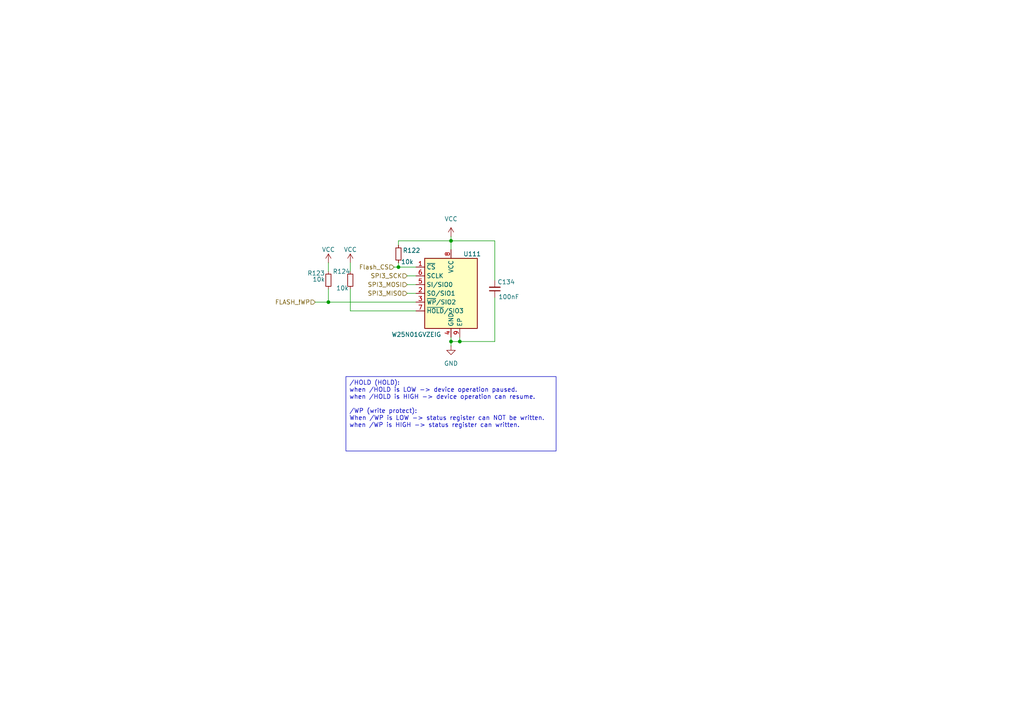
<source format=kicad_sch>
(kicad_sch (version 20231120) (generator "eeschema") (generator_version "8.0")
  (paper "A4")
  (lib_symbols
    (symbol "Device:C_Small" (pin_numbers hide) (pin_names (offset 0.254) hide)
      (property "Reference" "C" (at 0.254 1.778 0))
      (property "Value" "C_Small" (at 0.254 -2.032 0))
      (symbol "C_Small_0_1"
        (polyline (pts (xy -1.524 -0.508) (xy 1.524 -0.508)) (stroke (width 0.3302)))
        (polyline (pts (xy -1.524 0.508) (xy 1.524 0.508)) (stroke (width 0.3048)))
      )
      (symbol "C_Small_1_1"
        (pin passive line (at 0 2.54 270) (length 2.032) (name "~") (number "1"))
        (pin passive line (at 0 -2.54 90) (length 2.032) (name "~") (number "2"))
      )
    )
    (symbol "Device:R_Small" (pin_numbers hide) (pin_names (offset 0.254) hide)
      (property "Reference" "R" (at 0.762 0.508 0))
      (property "Value" "R_Small" (at 0.762 -1.016 0))
      (symbol "R_Small_0_1"
        (rectangle (start -0.762 1.778) (end 0.762 -1.778) (stroke (width 0.2032)))
      )
      (symbol "R_Small_1_1"
        (pin passive line (at 0 2.54 270) (length 0.762) (name "~") (number "1"))
        (pin passive line (at 0 -2.54 90) (length 0.762) (name "~") (number "2"))
      )
    )
    (symbol "Memory_Flash:MX25L3233FZN"
      (property "Reference" "U" (at -6.35 11.43 0))
      (property "Value" "MX25L3233FZN" (at 10.16 11.43 0))
      (symbol "MX25L3233FZN_0_1"
        (rectangle (start -7.62 10.16) (end 7.62 -10.16) (stroke (width 0.254)) (fill (type background)))
      )
      (symbol "MX25L3233FZN_1_1"
        (pin input line (at -10.16 7.62 0) (length 2.54) (name "~{CS}") (number "1"))
        (pin bidirectional line (at -10.16 0 0) (length 2.54) (name "SO/SIO1") (number "2"))
        (pin bidirectional line (at -10.16 -2.54 0) (length 2.54) (name "~{WP}/SIO2") (number "3"))
        (pin power_in line (at 0 -12.7 90) (length 2.54) (name "GND") (number "4"))
        (pin bidirectional line (at -10.16 2.54 0) (length 2.54) (name "SI/SIO0") (number "5"))
        (pin input line (at -10.16 5.08 0) (length 2.54) (name "SCLK") (number "6"))
        (pin bidirectional line (at -10.16 -5.08 0) (length 2.54) (name "~{HOLD}/SIO3") (number "7"))
        (pin power_in line (at 0 12.7 270) (length 2.54) (name "VCC") (number "8"))
        (pin passive line (at 2.54 -12.7 90) (length 2.54) (name "EP") (number "9"))
      )
    )
    (symbol "power:GND" (power) (pin_numbers hide) (pin_names (offset 0) hide)
      (property "Value" "GND" (at 0 -3.81 0))
      (symbol "GND_0_1"
        (polyline (pts (xy 0 0) (xy 0 -1.27) (xy 1.27 -1.27) (xy 0 -2.54) (xy -1.27 -1.27) (xy 0 -1.27)))
      )
      (symbol "GND_1_1"
        (pin power_in line (at 0 0 270) (length 0) (name "~") (number "1"))
      )
    )
    (symbol "power:VCC" (power) (pin_numbers hide) (pin_names (offset 0) hide)
      (property "Value" "VCC" (at 0 3.556 0))
      (symbol "VCC_0_1"
        (polyline (pts (xy -0.762 1.27) (xy 0 2.54)))
        (polyline (pts (xy 0 0) (xy 0 2.54)))
        (polyline (pts (xy 0 2.54) (xy 0.762 1.27)))
      )
      (symbol "VCC_1_1"
        (pin power_in line (at 0 0 90) (length 0) (name "~") (number "1"))
      )
    )
  )
  (junction (at 133.35 99.06))
  (junction (at 130.81 99.06))
  (junction (at 95.25 87.63))
  (junction (at 130.81 69.85))
  (junction (at 115.57 77.47))
  (wire (pts (xy 114.3 77.47) (xy 115.57 77.47)))
  (wire (pts (xy 115.57 77.47) (xy 120.65 77.47)))
  (wire (pts (xy 101.6 83.82) (xy 101.6 90.17)))
  (wire (pts (xy 118.11 85.09) (xy 120.65 85.09)))
  (wire (pts (xy 101.6 90.17) (xy 120.65 90.17)))
  (wire (pts (xy 118.11 82.55) (xy 120.65 82.55)))
  (wire (pts (xy 95.25 87.63) (xy 120.65 87.63)))
  (wire (pts (xy 95.25 76.2) (xy 95.25 78.74)))
  (wire (pts (xy 118.11 80.01) (xy 120.65 80.01)))
  (wire (pts (xy 143.51 86.36) (xy 143.51 99.06)))
  (wire (pts (xy 143.51 99.06) (xy 133.35 99.06)))
  (wire (pts (xy 101.6 76.2) (xy 101.6 78.74)))
  (wire (pts (xy 115.57 69.85) (xy 115.57 71.12)))
  (wire (pts (xy 130.81 99.06) (xy 130.81 97.79)))
  (wire (pts (xy 143.51 81.28) (xy 143.51 69.85)))
  (wire (pts (xy 143.51 69.85) (xy 130.81 69.85)))
  (wire (pts (xy 91.44 87.63) (xy 95.25 87.63)))
  (wire (pts (xy 130.81 100.33) (xy 130.81 99.06)))
  (wire (pts (xy 133.35 99.06) (xy 130.81 99.06)))
  (wire (pts (xy 133.35 97.79) (xy 133.35 99.06)))
  (wire (pts (xy 130.81 69.85) (xy 130.81 72.39)))
  (wire (pts (xy 115.57 76.2) (xy 115.57 77.47)))
  (wire (pts (xy 130.81 68.58) (xy 130.81 69.85)))
  (wire (pts (xy 115.57 69.85) (xy 130.81 69.85)))
  (wire (pts (xy 95.25 83.82) (xy 95.25 87.63)))
  (text_box "/HOLD (HOLD):\nwhen /HOLD is LOW -> device operation paused.\nwhen /HOLD is HIGH -> device operation can resume.\n\n/WP (write protect):\nWhen /WP is LOW -> status register can NOT be written.\nwhen /WP is HIGH -> status register can written." (at 100.33 109.22 0) (size 60.96 21.59) (effects (font (size 1.27 1.27)) (justify left top)))
  (hierarchical_label "FLASH_!WP" (shape input) (at 91.44 87.63 180))
  (hierarchical_label "Flash_CS" (shape input) (at 114.3 77.47 180))
  (hierarchical_label "SPI3_MOSI" (shape input) (at 118.11 82.55 180))
  (hierarchical_label "SPI3_SCK" (shape input) (at 118.11 80.01 180))
  (hierarchical_label "SPI3_MISO" (shape input) (at 118.11 85.09 180))
  (symbol (lib_id "power:GND") (at 130.81 100.33 0) (unit 1)
    (property "Reference" "#PWR0159" (effects (hide yes)))
    (property "Value" "GND" (at 130.81 105.41 0))
    (property "Description" "Power symbol creates a global label with name \"GND\" , ground" (effects (hide yes)))
  )
  (symbol (lib_id "Device:R_Small") (at 115.57 73.66 180) (unit 1)
    (property "Reference" "R122" (at 119.38 72.644 0))
    (property "Value" "10k" (at 118.11 75.946 0))
    (property "Footprint" "Resistor_SMD:R_0402_1005Metric" (effects (hide yes)))
    (property "Description" " 62.5mW Thick Film Resistors 50V ±100ppm/℃ ±1% 10kΩ 0402 Chip Resistor - Surface Mount ROHS " (effects (hide yes)))
    (property "Mfr." "YAGEO" (effects (hide yes)))
    (property "Mfr. #" "RC0402FR-0710KL" (effects (hide yes)))
  )
  (symbol (lib_id "Device:R_Small") (at 101.6 81.28 180) (unit 1)
    (property "Reference" "R124" (at 99.06 78.74 0))
    (property "Value" "10k" (at 99.314 83.566 0))
    (property "Footprint" "Resistor_SMD:R_0402_1005Metric" (effects (hide yes)))
    (property "Description" " 62.5mW Thick Film Resistors 50V ±100ppm/℃ ±1% 10kΩ 0402 Chip Resistor - Surface Mount ROHS " (effects (hide yes)))
    (property "Mfr." "YAGEO" (effects (hide yes)))
    (property "Mfr. #" "RC0402FR-0710KL" (effects (hide yes)))
  )
  (symbol (lib_id "power:VCC") (at 101.6 76.2 0) (unit 1)
    (property "Reference" "#PWR0146" (effects (hide yes)))
    (property "Value" "VCC" (at 101.6 72.39 0))
    (property "Description" "Power symbol creates a global label with name \"VCC\"" (effects (hide yes)))
  )
  (symbol (lib_id "power:VCC") (at 130.81 68.58 0) (unit 1)
    (property "Reference" "#PWR0158" (effects (hide yes)))
    (property "Value" "VCC" (at 130.81 63.5 0))
    (property "Description" "Power symbol creates a global label with name \"VCC\"" (effects (hide yes)))
  )
  (symbol (lib_id "power:VCC") (at 95.25 76.2 0) (unit 1)
    (property "Reference" "#PWR0157" (effects (hide yes)))
    (property "Value" "VCC" (at 95.25 72.39 0))
    (property "Description" "Power symbol creates a global label with name \"VCC\"" (effects (hide yes)))
  )
  (symbol (lib_id "Device:R_Small") (at 95.25 81.28 180) (unit 1)
    (property "Reference" "R123" (at 91.694 79.248 0))
    (property "Value" "10k" (at 92.456 81.026 0))
    (property "Footprint" "Resistor_SMD:R_0402_1005Metric" (effects (hide yes)))
    (property "Description" " 62.5mW Thick Film Resistors 50V ±100ppm/℃ ±1% 10kΩ 0402 Chip Resistor - Surface Mount ROHS " (effects (hide yes)))
    (property "Mfr." "YAGEO" (effects (hide yes)))
    (property "Mfr. #" "RC0402FR-0710KL" (effects (hide yes)))
  )
  (symbol (lib_id "Memory_Flash:MX25L3233FZN") (at 130.81 85.09 0) (unit 1)
    (property "Reference" "U111" (at 134.366 73.66 0) (effects (justify left)))
    (property "Value" "W25N01GVZEIG" (at 113.538 97.028 0) (effects (justify left)))
    (property "Footprint" "Package_SON:WSON-8-1EP_8x6mm_P1.27mm_EP3.4x4.3mm" (effects (hide yes)))
    (property "Datasheet" "https://www.lcsc.com/datasheet/lcsc_datasheet_2304140030_Winbond-Elec-W25N01GVZEIG_C907680.pdf" (effects (hide yes)))
    (property "Description" "3V 1G-BIT, Serial SLC NAND Flash Memory" (effects (hide yes)))
    (property "Mfr." "Winbond Elec " (effects (hide yes)))
    (property "Mfr. #" "W25N01GVZEIG" (effects (hide yes)))
  )
  (symbol (lib_id "Device:C_Small") (at 143.51 83.82 180) (unit 1)
    (property "Reference" "C134" (at 144.272 81.788 0) (effects (justify right)))
    (property "Value" "100nF" (at 144.526 86.106 0) (effects (justify right)))
    (property "Footprint" "Capacitor_SMD:C_0402_1005Metric" (effects (hide yes)))
    (property "Description" " 16V 100nF X7R ±10% 0402 Multilayer Ceramic Capacitors MLCC - SMD/SMT ROHS " (effects (hide yes)))
    (property "Mfr." " Samsung Electro-Mechanics " (effects (hide yes)))
    (property "Mfr. #" "CL05B104KO5NNNC" (effects (hide yes)))
  )
)
</source>
